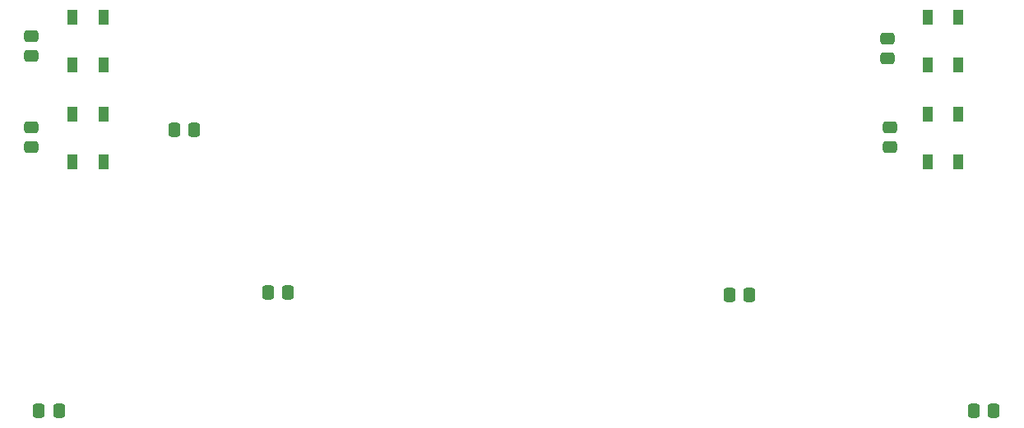
<source format=gbr>
%TF.GenerationSoftware,KiCad,Pcbnew,(6.0.1)*%
%TF.CreationDate,2022-11-16T17:15:53-05:00*%
%TF.ProjectId,Projet_Final_GI_Equipe2,50726f6a-6574-45f4-9669-6e616c5f4749,rev?*%
%TF.SameCoordinates,Original*%
%TF.FileFunction,Paste,Top*%
%TF.FilePolarity,Positive*%
%FSLAX46Y46*%
G04 Gerber Fmt 4.6, Leading zero omitted, Abs format (unit mm)*
G04 Created by KiCad (PCBNEW (6.0.1)) date 2022-11-16 17:15:53*
%MOMM*%
%LPD*%
G01*
G04 APERTURE LIST*
G04 Aperture macros list*
%AMRoundRect*
0 Rectangle with rounded corners*
0 $1 Rounding radius*
0 $2 $3 $4 $5 $6 $7 $8 $9 X,Y pos of 4 corners*
0 Add a 4 corners polygon primitive as box body*
4,1,4,$2,$3,$4,$5,$6,$7,$8,$9,$2,$3,0*
0 Add four circle primitives for the rounded corners*
1,1,$1+$1,$2,$3*
1,1,$1+$1,$4,$5*
1,1,$1+$1,$6,$7*
1,1,$1+$1,$8,$9*
0 Add four rect primitives between the rounded corners*
20,1,$1+$1,$2,$3,$4,$5,0*
20,1,$1+$1,$4,$5,$6,$7,0*
20,1,$1+$1,$6,$7,$8,$9,0*
20,1,$1+$1,$8,$9,$2,$3,0*%
G04 Aperture macros list end*
%ADD10R,1.000000X1.500000*%
%ADD11RoundRect,0.250000X0.337500X0.475000X-0.337500X0.475000X-0.337500X-0.475000X0.337500X-0.475000X0*%
%ADD12RoundRect,0.250000X0.475000X-0.337500X0.475000X0.337500X-0.475000X0.337500X-0.475000X-0.337500X0*%
%ADD13RoundRect,0.250000X-0.337500X-0.475000X0.337500X-0.475000X0.337500X0.475000X-0.337500X0.475000X0*%
%ADD14RoundRect,0.250000X-0.475000X0.337500X-0.475000X-0.337500X0.475000X-0.337500X0.475000X0.337500X0*%
G04 APERTURE END LIST*
D10*
%TO.C,D7*%
X190286000Y-66732000D03*
X193486000Y-66732000D03*
X193486000Y-71632000D03*
X190286000Y-71632000D03*
%TD*%
D11*
%TO.C,R3*%
X197104000Y-97282000D03*
X195029000Y-97282000D03*
%TD*%
D12*
%TO.C,C1*%
X98044000Y-70125500D03*
X98044000Y-68050500D03*
%TD*%
%TO.C,C3*%
X98044000Y-60727500D03*
X98044000Y-58652500D03*
%TD*%
D11*
%TO.C,R1*%
X114829500Y-68326000D03*
X112754500Y-68326000D03*
%TD*%
D13*
%TO.C,R6*%
X122406500Y-85090000D03*
X124481500Y-85090000D03*
%TD*%
D10*
%TO.C,D5*%
X190286000Y-56732000D03*
X193486000Y-56732000D03*
X193486000Y-61632000D03*
X190286000Y-61632000D03*
%TD*%
D14*
%TO.C,C7*%
X186436000Y-70125500D03*
X186436000Y-68050500D03*
%TD*%
D13*
%TO.C,R2*%
X98806000Y-97282000D03*
X100881000Y-97282000D03*
%TD*%
D10*
%TO.C,D3*%
X105486000Y-56732000D03*
X102286000Y-56732000D03*
X102286000Y-61632000D03*
X105486000Y-61632000D03*
%TD*%
D14*
%TO.C,C5*%
X186182000Y-60981500D03*
X186182000Y-58906500D03*
%TD*%
D13*
%TO.C,R7*%
X171979500Y-85344000D03*
X169904500Y-85344000D03*
%TD*%
D10*
%TO.C,D1*%
X105486000Y-66732000D03*
X102286000Y-66732000D03*
X102286000Y-71632000D03*
X105486000Y-71632000D03*
%TD*%
M02*

</source>
